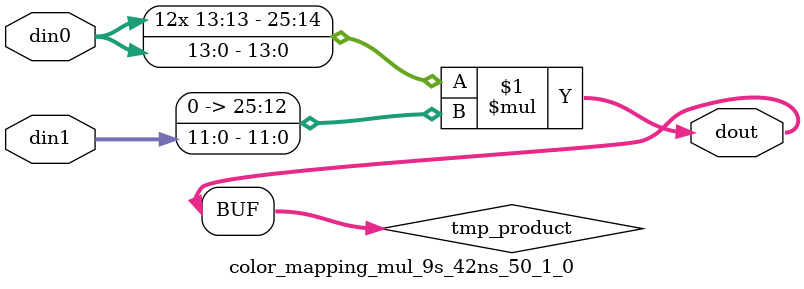
<source format=v>

`timescale 1 ns / 1 ps

 module color_mapping_mul_9s_42ns_50_1_0(din0, din1, dout);
parameter ID = 1;
parameter NUM_STAGE = 0;
parameter din0_WIDTH = 14;
parameter din1_WIDTH = 12;
parameter dout_WIDTH = 26;

input [din0_WIDTH - 1 : 0] din0; 
input [din1_WIDTH - 1 : 0] din1; 
output [dout_WIDTH - 1 : 0] dout;

wire signed [dout_WIDTH - 1 : 0] tmp_product;


























assign tmp_product = $signed(din0) * $signed({1'b0, din1});









assign dout = tmp_product;





















endmodule

</source>
